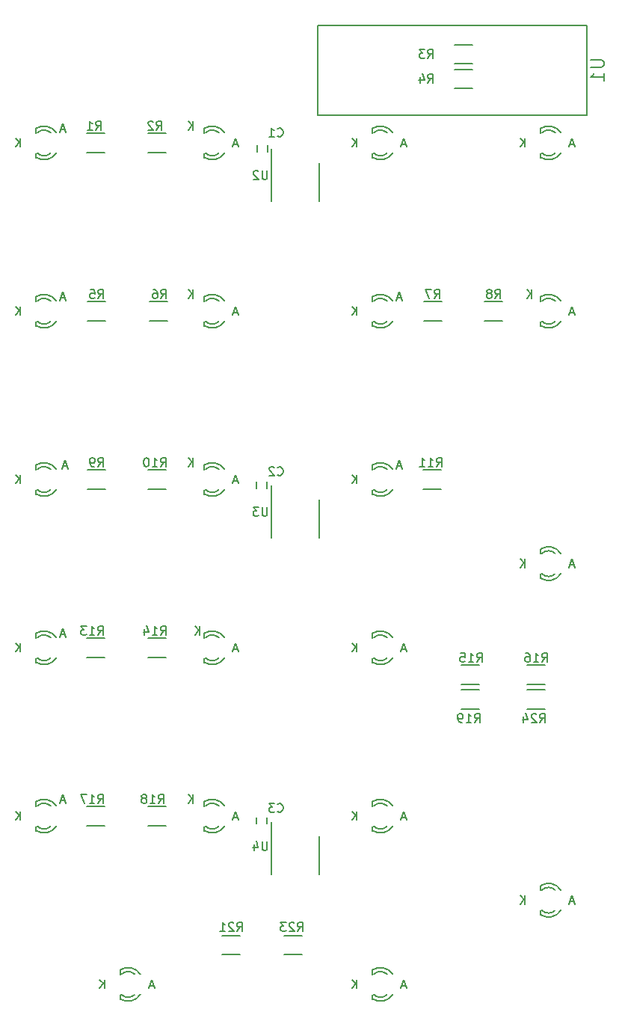
<source format=gbo>
G04 #@! TF.FileFunction,Legend,Bot*
%FSLAX46Y46*%
G04 Gerber Fmt 4.6, Leading zero omitted, Abs format (unit mm)*
G04 Created by KiCad (PCBNEW 4.0.2-stable) date Tuesday, March 29, 2016 'PMt' 06:01:04 PM*
%MOMM*%
G01*
G04 APERTURE LIST*
%ADD10C,0.100000*%
%ADD11C,0.150000*%
G04 APERTURE END LIST*
D10*
D11*
X90620000Y-115890000D02*
X90620000Y-120290000D01*
X85170000Y-114315000D02*
X85170000Y-120290000D01*
X90620000Y-39690000D02*
X90620000Y-44090000D01*
X85170000Y-38115000D02*
X85170000Y-44090000D01*
X115835000Y-124313000D02*
G75*
G03X117359000Y-124313000I762000J762000D01*
G01*
X115708000Y-124821000D02*
G75*
G03X117994000Y-124313000I889000J1397000D01*
G01*
X115708000Y-124440000D02*
X115708000Y-124313000D01*
X115708000Y-124821000D02*
X115708000Y-124440000D01*
X117359000Y-122027000D02*
G75*
G03X115835000Y-122027000I-762000J-762000D01*
G01*
X117994000Y-122027000D02*
G75*
G03X115708000Y-121519000I-1397000J-889000D01*
G01*
X115708000Y-121519000D02*
X115708000Y-122027000D01*
X115835000Y-86213000D02*
G75*
G03X117359000Y-86213000I762000J762000D01*
G01*
X115708000Y-86721000D02*
G75*
G03X117994000Y-86213000I889000J1397000D01*
G01*
X115708000Y-86340000D02*
X115708000Y-86213000D01*
X115708000Y-86721000D02*
X115708000Y-86340000D01*
X117359000Y-83927000D02*
G75*
G03X115835000Y-83927000I-762000J-762000D01*
G01*
X117994000Y-83927000D02*
G75*
G03X115708000Y-83419000I-1397000J-889000D01*
G01*
X115708000Y-83419000D02*
X115708000Y-83927000D01*
X96785000Y-114788000D02*
G75*
G03X98309000Y-114788000I762000J762000D01*
G01*
X96658000Y-115296000D02*
G75*
G03X98944000Y-114788000I889000J1397000D01*
G01*
X96658000Y-114915000D02*
X96658000Y-114788000D01*
X96658000Y-115296000D02*
X96658000Y-114915000D01*
X98309000Y-112502000D02*
G75*
G03X96785000Y-112502000I-762000J-762000D01*
G01*
X98944000Y-112502000D02*
G75*
G03X96658000Y-111994000I-1397000J-889000D01*
G01*
X96658000Y-111994000D02*
X96658000Y-112502000D01*
X96785000Y-133838000D02*
G75*
G03X98309000Y-133838000I762000J762000D01*
G01*
X96658000Y-134346000D02*
G75*
G03X98944000Y-133838000I889000J1397000D01*
G01*
X96658000Y-133965000D02*
X96658000Y-133838000D01*
X96658000Y-134346000D02*
X96658000Y-133965000D01*
X98309000Y-131552000D02*
G75*
G03X96785000Y-131552000I-762000J-762000D01*
G01*
X98944000Y-131552000D02*
G75*
G03X96658000Y-131044000I-1397000J-889000D01*
G01*
X96658000Y-131044000D02*
X96658000Y-131552000D01*
X77735000Y-114788000D02*
G75*
G03X79259000Y-114788000I762000J762000D01*
G01*
X77608000Y-115296000D02*
G75*
G03X79894000Y-114788000I889000J1397000D01*
G01*
X77608000Y-114915000D02*
X77608000Y-114788000D01*
X77608000Y-115296000D02*
X77608000Y-114915000D01*
X79259000Y-112502000D02*
G75*
G03X77735000Y-112502000I-762000J-762000D01*
G01*
X79894000Y-112502000D02*
G75*
G03X77608000Y-111994000I-1397000J-889000D01*
G01*
X77608000Y-111994000D02*
X77608000Y-112502000D01*
X58685000Y-114788000D02*
G75*
G03X60209000Y-114788000I762000J762000D01*
G01*
X58558000Y-115296000D02*
G75*
G03X60844000Y-114788000I889000J1397000D01*
G01*
X58558000Y-114915000D02*
X58558000Y-114788000D01*
X58558000Y-115296000D02*
X58558000Y-114915000D01*
X60209000Y-112502000D02*
G75*
G03X58685000Y-112502000I-762000J-762000D01*
G01*
X60844000Y-112502000D02*
G75*
G03X58558000Y-111994000I-1397000J-889000D01*
G01*
X58558000Y-111994000D02*
X58558000Y-112502000D01*
X96785000Y-95738000D02*
G75*
G03X98309000Y-95738000I762000J762000D01*
G01*
X96658000Y-96246000D02*
G75*
G03X98944000Y-95738000I889000J1397000D01*
G01*
X96658000Y-95865000D02*
X96658000Y-95738000D01*
X96658000Y-96246000D02*
X96658000Y-95865000D01*
X98309000Y-93452000D02*
G75*
G03X96785000Y-93452000I-762000J-762000D01*
G01*
X98944000Y-93452000D02*
G75*
G03X96658000Y-92944000I-1397000J-889000D01*
G01*
X96658000Y-92944000D02*
X96658000Y-93452000D01*
X77735000Y-95738000D02*
G75*
G03X79259000Y-95738000I762000J762000D01*
G01*
X77608000Y-96246000D02*
G75*
G03X79894000Y-95738000I889000J1397000D01*
G01*
X77608000Y-95865000D02*
X77608000Y-95738000D01*
X77608000Y-96246000D02*
X77608000Y-95865000D01*
X79259000Y-93452000D02*
G75*
G03X77735000Y-93452000I-762000J-762000D01*
G01*
X79894000Y-93452000D02*
G75*
G03X77608000Y-92944000I-1397000J-889000D01*
G01*
X77608000Y-92944000D02*
X77608000Y-93452000D01*
X58685000Y-95738000D02*
G75*
G03X60209000Y-95738000I762000J762000D01*
G01*
X58558000Y-96246000D02*
G75*
G03X60844000Y-95738000I889000J1397000D01*
G01*
X58558000Y-95865000D02*
X58558000Y-95738000D01*
X58558000Y-96246000D02*
X58558000Y-95865000D01*
X60209000Y-93452000D02*
G75*
G03X58685000Y-93452000I-762000J-762000D01*
G01*
X60844000Y-93452000D02*
G75*
G03X58558000Y-92944000I-1397000J-889000D01*
G01*
X58558000Y-92944000D02*
X58558000Y-93452000D01*
X96785000Y-76688000D02*
G75*
G03X98309000Y-76688000I762000J762000D01*
G01*
X96658000Y-77196000D02*
G75*
G03X98944000Y-76688000I889000J1397000D01*
G01*
X96658000Y-76815000D02*
X96658000Y-76688000D01*
X96658000Y-77196000D02*
X96658000Y-76815000D01*
X98309000Y-74402000D02*
G75*
G03X96785000Y-74402000I-762000J-762000D01*
G01*
X98944000Y-74402000D02*
G75*
G03X96658000Y-73894000I-1397000J-889000D01*
G01*
X96658000Y-73894000D02*
X96658000Y-74402000D01*
X77735000Y-76688000D02*
G75*
G03X79259000Y-76688000I762000J762000D01*
G01*
X77608000Y-77196000D02*
G75*
G03X79894000Y-76688000I889000J1397000D01*
G01*
X77608000Y-76815000D02*
X77608000Y-76688000D01*
X77608000Y-77196000D02*
X77608000Y-76815000D01*
X79259000Y-74402000D02*
G75*
G03X77735000Y-74402000I-762000J-762000D01*
G01*
X79894000Y-74402000D02*
G75*
G03X77608000Y-73894000I-1397000J-889000D01*
G01*
X77608000Y-73894000D02*
X77608000Y-74402000D01*
X58685000Y-76688000D02*
G75*
G03X60209000Y-76688000I762000J762000D01*
G01*
X58558000Y-77196000D02*
G75*
G03X60844000Y-76688000I889000J1397000D01*
G01*
X58558000Y-76815000D02*
X58558000Y-76688000D01*
X58558000Y-77196000D02*
X58558000Y-76815000D01*
X60209000Y-74402000D02*
G75*
G03X58685000Y-74402000I-762000J-762000D01*
G01*
X60844000Y-74402000D02*
G75*
G03X58558000Y-73894000I-1397000J-889000D01*
G01*
X58558000Y-73894000D02*
X58558000Y-74402000D01*
X115835000Y-57638000D02*
G75*
G03X117359000Y-57638000I762000J762000D01*
G01*
X115708000Y-58146000D02*
G75*
G03X117994000Y-57638000I889000J1397000D01*
G01*
X115708000Y-57765000D02*
X115708000Y-57638000D01*
X115708000Y-58146000D02*
X115708000Y-57765000D01*
X117359000Y-55352000D02*
G75*
G03X115835000Y-55352000I-762000J-762000D01*
G01*
X117994000Y-55352000D02*
G75*
G03X115708000Y-54844000I-1397000J-889000D01*
G01*
X115708000Y-54844000D02*
X115708000Y-55352000D01*
X96785000Y-57638000D02*
G75*
G03X98309000Y-57638000I762000J762000D01*
G01*
X96658000Y-58146000D02*
G75*
G03X98944000Y-57638000I889000J1397000D01*
G01*
X96658000Y-57765000D02*
X96658000Y-57638000D01*
X96658000Y-58146000D02*
X96658000Y-57765000D01*
X98309000Y-55352000D02*
G75*
G03X96785000Y-55352000I-762000J-762000D01*
G01*
X98944000Y-55352000D02*
G75*
G03X96658000Y-54844000I-1397000J-889000D01*
G01*
X96658000Y-54844000D02*
X96658000Y-55352000D01*
X58685000Y-57638000D02*
G75*
G03X60209000Y-57638000I762000J762000D01*
G01*
X58558000Y-58146000D02*
G75*
G03X60844000Y-57638000I889000J1397000D01*
G01*
X58558000Y-57765000D02*
X58558000Y-57638000D01*
X58558000Y-58146000D02*
X58558000Y-57765000D01*
X60209000Y-55352000D02*
G75*
G03X58685000Y-55352000I-762000J-762000D01*
G01*
X60844000Y-55352000D02*
G75*
G03X58558000Y-54844000I-1397000J-889000D01*
G01*
X58558000Y-54844000D02*
X58558000Y-55352000D01*
X115835000Y-38588000D02*
G75*
G03X117359000Y-38588000I762000J762000D01*
G01*
X115708000Y-39096000D02*
G75*
G03X117994000Y-38588000I889000J1397000D01*
G01*
X115708000Y-38715000D02*
X115708000Y-38588000D01*
X115708000Y-39096000D02*
X115708000Y-38715000D01*
X117359000Y-36302000D02*
G75*
G03X115835000Y-36302000I-762000J-762000D01*
G01*
X117994000Y-36302000D02*
G75*
G03X115708000Y-35794000I-1397000J-889000D01*
G01*
X115708000Y-35794000D02*
X115708000Y-36302000D01*
X96785000Y-38588000D02*
G75*
G03X98309000Y-38588000I762000J762000D01*
G01*
X96658000Y-39096000D02*
G75*
G03X98944000Y-38588000I889000J1397000D01*
G01*
X96658000Y-38715000D02*
X96658000Y-38588000D01*
X96658000Y-39096000D02*
X96658000Y-38715000D01*
X98309000Y-36302000D02*
G75*
G03X96785000Y-36302000I-762000J-762000D01*
G01*
X98944000Y-36302000D02*
G75*
G03X96658000Y-35794000I-1397000J-889000D01*
G01*
X96658000Y-35794000D02*
X96658000Y-36302000D01*
X77735000Y-38588000D02*
G75*
G03X79259000Y-38588000I762000J762000D01*
G01*
X77608000Y-39096000D02*
G75*
G03X79894000Y-38588000I889000J1397000D01*
G01*
X77608000Y-38715000D02*
X77608000Y-38588000D01*
X77608000Y-39096000D02*
X77608000Y-38715000D01*
X79259000Y-36302000D02*
G75*
G03X77735000Y-36302000I-762000J-762000D01*
G01*
X79894000Y-36302000D02*
G75*
G03X77608000Y-35794000I-1397000J-889000D01*
G01*
X77608000Y-35794000D02*
X77608000Y-36302000D01*
X58685000Y-38588000D02*
G75*
G03X60209000Y-38588000I762000J762000D01*
G01*
X58558000Y-39096000D02*
G75*
G03X60844000Y-38588000I889000J1397000D01*
G01*
X58558000Y-38715000D02*
X58558000Y-38588000D01*
X58558000Y-39096000D02*
X58558000Y-38715000D01*
X60209000Y-36302000D02*
G75*
G03X58685000Y-36302000I-762000J-762000D01*
G01*
X60844000Y-36302000D02*
G75*
G03X58558000Y-35794000I-1397000J-889000D01*
G01*
X58558000Y-35794000D02*
X58558000Y-36302000D01*
X77735000Y-57638000D02*
G75*
G03X79259000Y-57638000I762000J762000D01*
G01*
X77608000Y-58146000D02*
G75*
G03X79894000Y-57638000I889000J1397000D01*
G01*
X77608000Y-57765000D02*
X77608000Y-57638000D01*
X77608000Y-58146000D02*
X77608000Y-57765000D01*
X79259000Y-55352000D02*
G75*
G03X77735000Y-55352000I-762000J-762000D01*
G01*
X79894000Y-55352000D02*
G75*
G03X77608000Y-54844000I-1397000J-889000D01*
G01*
X77608000Y-54844000D02*
X77608000Y-55352000D01*
X68210000Y-133838000D02*
G75*
G03X69734000Y-133838000I762000J762000D01*
G01*
X68083000Y-134346000D02*
G75*
G03X70369000Y-133838000I889000J1397000D01*
G01*
X68083000Y-133965000D02*
X68083000Y-133838000D01*
X68083000Y-134346000D02*
X68083000Y-133965000D01*
X69734000Y-131552000D02*
G75*
G03X68210000Y-131552000I-762000J-762000D01*
G01*
X70369000Y-131552000D02*
G75*
G03X68083000Y-131044000I-1397000J-889000D01*
G01*
X68083000Y-131044000D02*
X68083000Y-131552000D01*
X64289000Y-38520000D02*
X66289000Y-38520000D01*
X66289000Y-36370000D02*
X64289000Y-36370000D01*
X73274000Y-36370000D02*
X71274000Y-36370000D01*
X71274000Y-38520000D02*
X73274000Y-38520000D01*
X105945000Y-31281000D02*
X107945000Y-31281000D01*
X107945000Y-29131000D02*
X105945000Y-29131000D01*
X107945000Y-26337000D02*
X105945000Y-26337000D01*
X105945000Y-28487000D02*
X107945000Y-28487000D01*
X64416000Y-57570000D02*
X66416000Y-57570000D01*
X66416000Y-55420000D02*
X64416000Y-55420000D01*
X73401000Y-55420000D02*
X71401000Y-55420000D01*
X71401000Y-57570000D02*
X73401000Y-57570000D01*
X102516000Y-57570000D02*
X104516000Y-57570000D01*
X104516000Y-55420000D02*
X102516000Y-55420000D01*
X111374000Y-55420000D02*
X109374000Y-55420000D01*
X109374000Y-57570000D02*
X111374000Y-57570000D01*
X64416000Y-76620000D02*
X66416000Y-76620000D01*
X66416000Y-74470000D02*
X64416000Y-74470000D01*
X73274000Y-74470000D02*
X71274000Y-74470000D01*
X71274000Y-76620000D02*
X73274000Y-76620000D01*
X102389000Y-76620000D02*
X104389000Y-76620000D01*
X104389000Y-74470000D02*
X102389000Y-74470000D01*
X64289000Y-95670000D02*
X66289000Y-95670000D01*
X66289000Y-93520000D02*
X64289000Y-93520000D01*
X73274000Y-93520000D02*
X71274000Y-93520000D01*
X71274000Y-95670000D02*
X73274000Y-95670000D01*
X106707000Y-98718000D02*
X108707000Y-98718000D01*
X108707000Y-96568000D02*
X106707000Y-96568000D01*
X116200000Y-96568000D02*
X114200000Y-96568000D01*
X114200000Y-98718000D02*
X116200000Y-98718000D01*
X64289000Y-114720000D02*
X66289000Y-114720000D01*
X66289000Y-112570000D02*
X64289000Y-112570000D01*
X73274000Y-112570000D02*
X71274000Y-112570000D01*
X71274000Y-114720000D02*
X73274000Y-114720000D01*
X106707000Y-101512000D02*
X108707000Y-101512000D01*
X108707000Y-99362000D02*
X106707000Y-99362000D01*
X79656000Y-129325000D02*
X81656000Y-129325000D01*
X81656000Y-127175000D02*
X79656000Y-127175000D01*
X88641000Y-127175000D02*
X86641000Y-127175000D01*
X86641000Y-129325000D02*
X88641000Y-129325000D01*
X116200000Y-99362000D02*
X114200000Y-99362000D01*
X114200000Y-101512000D02*
X116200000Y-101512000D01*
X90620000Y-77790000D02*
X90620000Y-82190000D01*
X85170000Y-76215000D02*
X85170000Y-82190000D01*
X120915000Y-24110000D02*
X90435000Y-24110000D01*
X90435000Y-24110000D02*
X90435000Y-34270000D01*
X90435000Y-34270000D02*
X120915000Y-34270000D01*
X120915000Y-34270000D02*
X120915000Y-24110000D01*
X84812000Y-38430000D02*
X84812000Y-37730000D01*
X83612000Y-37730000D02*
X83612000Y-38430000D01*
X84685000Y-76530000D02*
X84685000Y-75830000D01*
X83485000Y-75830000D02*
X83485000Y-76530000D01*
X84685000Y-114503000D02*
X84685000Y-113803000D01*
X83485000Y-113803000D02*
X83485000Y-114503000D01*
X84719905Y-116526381D02*
X84719905Y-117335905D01*
X84672286Y-117431143D01*
X84624667Y-117478762D01*
X84529429Y-117526381D01*
X84338952Y-117526381D01*
X84243714Y-117478762D01*
X84196095Y-117431143D01*
X84148476Y-117335905D01*
X84148476Y-116526381D01*
X83243714Y-116859714D02*
X83243714Y-117526381D01*
X83481810Y-116478762D02*
X83719905Y-117193048D01*
X83100857Y-117193048D01*
X84719905Y-40580381D02*
X84719905Y-41389905D01*
X84672286Y-41485143D01*
X84624667Y-41532762D01*
X84529429Y-41580381D01*
X84338952Y-41580381D01*
X84243714Y-41532762D01*
X84196095Y-41485143D01*
X84148476Y-41389905D01*
X84148476Y-40580381D01*
X83719905Y-40675619D02*
X83672286Y-40628000D01*
X83577048Y-40580381D01*
X83338952Y-40580381D01*
X83243714Y-40628000D01*
X83196095Y-40675619D01*
X83148476Y-40770857D01*
X83148476Y-40866095D01*
X83196095Y-41008952D01*
X83767524Y-41580381D01*
X83148476Y-41580381D01*
X119502095Y-123336667D02*
X119025904Y-123336667D01*
X119597333Y-123622381D02*
X119264000Y-122622381D01*
X118930666Y-123622381D01*
X113937905Y-123622381D02*
X113937905Y-122622381D01*
X113366476Y-123622381D02*
X113795048Y-123050952D01*
X113366476Y-122622381D02*
X113937905Y-123193810D01*
X119502095Y-85236667D02*
X119025904Y-85236667D01*
X119597333Y-85522381D02*
X119264000Y-84522381D01*
X118930666Y-85522381D01*
X113937905Y-85522381D02*
X113937905Y-84522381D01*
X113366476Y-85522381D02*
X113795048Y-84950952D01*
X113366476Y-84522381D02*
X113937905Y-85093810D01*
X100452095Y-113811667D02*
X99975904Y-113811667D01*
X100547333Y-114097381D02*
X100214000Y-113097381D01*
X99880666Y-114097381D01*
X94887905Y-114097381D02*
X94887905Y-113097381D01*
X94316476Y-114097381D02*
X94745048Y-113525952D01*
X94316476Y-113097381D02*
X94887905Y-113668810D01*
X100452095Y-132861667D02*
X99975904Y-132861667D01*
X100547333Y-133147381D02*
X100214000Y-132147381D01*
X99880666Y-133147381D01*
X94887905Y-133147381D02*
X94887905Y-132147381D01*
X94316476Y-133147381D02*
X94745048Y-132575952D01*
X94316476Y-132147381D02*
X94887905Y-132718810D01*
X81402095Y-113811667D02*
X80925904Y-113811667D01*
X81497333Y-114097381D02*
X81164000Y-113097381D01*
X80830666Y-114097381D01*
X76345905Y-112192381D02*
X76345905Y-111192381D01*
X75774476Y-112192381D02*
X76203048Y-111620952D01*
X75774476Y-111192381D02*
X76345905Y-111763810D01*
X61844095Y-111906667D02*
X61367904Y-111906667D01*
X61939333Y-112192381D02*
X61606000Y-111192381D01*
X61272666Y-112192381D01*
X56787905Y-114097381D02*
X56787905Y-113097381D01*
X56216476Y-114097381D02*
X56645048Y-113525952D01*
X56216476Y-113097381D02*
X56787905Y-113668810D01*
X100452095Y-94761667D02*
X99975904Y-94761667D01*
X100547333Y-95047381D02*
X100214000Y-94047381D01*
X99880666Y-95047381D01*
X94887905Y-95047381D02*
X94887905Y-94047381D01*
X94316476Y-95047381D02*
X94745048Y-94475952D01*
X94316476Y-94047381D02*
X94887905Y-94618810D01*
X81402095Y-94761667D02*
X80925904Y-94761667D01*
X81497333Y-95047381D02*
X81164000Y-94047381D01*
X80830666Y-95047381D01*
X77107905Y-93142381D02*
X77107905Y-92142381D01*
X76536476Y-93142381D02*
X76965048Y-92570952D01*
X76536476Y-92142381D02*
X77107905Y-92713810D01*
X61844095Y-93110667D02*
X61367904Y-93110667D01*
X61939333Y-93396381D02*
X61606000Y-92396381D01*
X61272666Y-93396381D01*
X56787905Y-95047381D02*
X56787905Y-94047381D01*
X56216476Y-95047381D02*
X56645048Y-94475952D01*
X56216476Y-94047381D02*
X56787905Y-94618810D01*
X99944095Y-74060667D02*
X99467904Y-74060667D01*
X100039333Y-74346381D02*
X99706000Y-73346381D01*
X99372666Y-74346381D01*
X94887905Y-75997381D02*
X94887905Y-74997381D01*
X94316476Y-75997381D02*
X94745048Y-75425952D01*
X94316476Y-74997381D02*
X94887905Y-75568810D01*
X81402095Y-75711667D02*
X80925904Y-75711667D01*
X81497333Y-75997381D02*
X81164000Y-74997381D01*
X80830666Y-75997381D01*
X76345905Y-74092381D02*
X76345905Y-73092381D01*
X75774476Y-74092381D02*
X76203048Y-73520952D01*
X75774476Y-73092381D02*
X76345905Y-73663810D01*
X62098095Y-74060667D02*
X61621904Y-74060667D01*
X62193333Y-74346381D02*
X61860000Y-73346381D01*
X61526666Y-74346381D01*
X56787905Y-75997381D02*
X56787905Y-74997381D01*
X56216476Y-75997381D02*
X56645048Y-75425952D01*
X56216476Y-74997381D02*
X56787905Y-75568810D01*
X119502095Y-56661667D02*
X119025904Y-56661667D01*
X119597333Y-56947381D02*
X119264000Y-55947381D01*
X118930666Y-56947381D01*
X114699905Y-55042381D02*
X114699905Y-54042381D01*
X114128476Y-55042381D02*
X114557048Y-54470952D01*
X114128476Y-54042381D02*
X114699905Y-54613810D01*
X99944095Y-55010667D02*
X99467904Y-55010667D01*
X100039333Y-55296381D02*
X99706000Y-54296381D01*
X99372666Y-55296381D01*
X94887905Y-56947381D02*
X94887905Y-55947381D01*
X94316476Y-56947381D02*
X94745048Y-56375952D01*
X94316476Y-55947381D02*
X94887905Y-56518810D01*
X61844095Y-55010667D02*
X61367904Y-55010667D01*
X61939333Y-55296381D02*
X61606000Y-54296381D01*
X61272666Y-55296381D01*
X56787905Y-56947381D02*
X56787905Y-55947381D01*
X56216476Y-56947381D02*
X56645048Y-56375952D01*
X56216476Y-55947381D02*
X56787905Y-56518810D01*
X119502095Y-37611667D02*
X119025904Y-37611667D01*
X119597333Y-37897381D02*
X119264000Y-36897381D01*
X118930666Y-37897381D01*
X113937905Y-37897381D02*
X113937905Y-36897381D01*
X113366476Y-37897381D02*
X113795048Y-37325952D01*
X113366476Y-36897381D02*
X113937905Y-37468810D01*
X100452095Y-37611667D02*
X99975904Y-37611667D01*
X100547333Y-37897381D02*
X100214000Y-36897381D01*
X99880666Y-37897381D01*
X94887905Y-37897381D02*
X94887905Y-36897381D01*
X94316476Y-37897381D02*
X94745048Y-37325952D01*
X94316476Y-36897381D02*
X94887905Y-37468810D01*
X81402095Y-37611667D02*
X80925904Y-37611667D01*
X81497333Y-37897381D02*
X81164000Y-36897381D01*
X80830666Y-37897381D01*
X76345905Y-35992381D02*
X76345905Y-34992381D01*
X75774476Y-35992381D02*
X76203048Y-35420952D01*
X75774476Y-34992381D02*
X76345905Y-35563810D01*
X61844095Y-35960667D02*
X61367904Y-35960667D01*
X61939333Y-36246381D02*
X61606000Y-35246381D01*
X61272666Y-36246381D01*
X56787905Y-37897381D02*
X56787905Y-36897381D01*
X56216476Y-37897381D02*
X56645048Y-37325952D01*
X56216476Y-36897381D02*
X56787905Y-37468810D01*
X81402095Y-56661667D02*
X80925904Y-56661667D01*
X81497333Y-56947381D02*
X81164000Y-55947381D01*
X80830666Y-56947381D01*
X76345905Y-55042381D02*
X76345905Y-54042381D01*
X75774476Y-55042381D02*
X76203048Y-54470952D01*
X75774476Y-54042381D02*
X76345905Y-54613810D01*
X71877095Y-132861667D02*
X71400904Y-132861667D01*
X71972333Y-133147381D02*
X71639000Y-132147381D01*
X71305666Y-133147381D01*
X66312905Y-133147381D02*
X66312905Y-132147381D01*
X65741476Y-133147381D02*
X66170048Y-132575952D01*
X65741476Y-132147381D02*
X66312905Y-132718810D01*
X65328666Y-35992381D02*
X65662000Y-35516190D01*
X65900095Y-35992381D02*
X65900095Y-34992381D01*
X65519142Y-34992381D01*
X65423904Y-35040000D01*
X65376285Y-35087619D01*
X65328666Y-35182857D01*
X65328666Y-35325714D01*
X65376285Y-35420952D01*
X65423904Y-35468571D01*
X65519142Y-35516190D01*
X65900095Y-35516190D01*
X64376285Y-35992381D02*
X64947714Y-35992381D01*
X64662000Y-35992381D02*
X64662000Y-34992381D01*
X64757238Y-35135238D01*
X64852476Y-35230476D01*
X64947714Y-35278095D01*
X72186666Y-35992381D02*
X72520000Y-35516190D01*
X72758095Y-35992381D02*
X72758095Y-34992381D01*
X72377142Y-34992381D01*
X72281904Y-35040000D01*
X72234285Y-35087619D01*
X72186666Y-35182857D01*
X72186666Y-35325714D01*
X72234285Y-35420952D01*
X72281904Y-35468571D01*
X72377142Y-35516190D01*
X72758095Y-35516190D01*
X71805714Y-35087619D02*
X71758095Y-35040000D01*
X71662857Y-34992381D01*
X71424761Y-34992381D01*
X71329523Y-35040000D01*
X71281904Y-35087619D01*
X71234285Y-35182857D01*
X71234285Y-35278095D01*
X71281904Y-35420952D01*
X71853333Y-35992381D01*
X71234285Y-35992381D01*
X102920666Y-27864381D02*
X103254000Y-27388190D01*
X103492095Y-27864381D02*
X103492095Y-26864381D01*
X103111142Y-26864381D01*
X103015904Y-26912000D01*
X102968285Y-26959619D01*
X102920666Y-27054857D01*
X102920666Y-27197714D01*
X102968285Y-27292952D01*
X103015904Y-27340571D01*
X103111142Y-27388190D01*
X103492095Y-27388190D01*
X102587333Y-26864381D02*
X101968285Y-26864381D01*
X102301619Y-27245333D01*
X102158761Y-27245333D01*
X102063523Y-27292952D01*
X102015904Y-27340571D01*
X101968285Y-27435810D01*
X101968285Y-27673905D01*
X102015904Y-27769143D01*
X102063523Y-27816762D01*
X102158761Y-27864381D01*
X102444476Y-27864381D01*
X102539714Y-27816762D01*
X102587333Y-27769143D01*
X102920666Y-30658381D02*
X103254000Y-30182190D01*
X103492095Y-30658381D02*
X103492095Y-29658381D01*
X103111142Y-29658381D01*
X103015904Y-29706000D01*
X102968285Y-29753619D01*
X102920666Y-29848857D01*
X102920666Y-29991714D01*
X102968285Y-30086952D01*
X103015904Y-30134571D01*
X103111142Y-30182190D01*
X103492095Y-30182190D01*
X102063523Y-29991714D02*
X102063523Y-30658381D01*
X102301619Y-29610762D02*
X102539714Y-30325048D01*
X101920666Y-30325048D01*
X65582666Y-55042381D02*
X65916000Y-54566190D01*
X66154095Y-55042381D02*
X66154095Y-54042381D01*
X65773142Y-54042381D01*
X65677904Y-54090000D01*
X65630285Y-54137619D01*
X65582666Y-54232857D01*
X65582666Y-54375714D01*
X65630285Y-54470952D01*
X65677904Y-54518571D01*
X65773142Y-54566190D01*
X66154095Y-54566190D01*
X64677904Y-54042381D02*
X65154095Y-54042381D01*
X65201714Y-54518571D01*
X65154095Y-54470952D01*
X65058857Y-54423333D01*
X64820761Y-54423333D01*
X64725523Y-54470952D01*
X64677904Y-54518571D01*
X64630285Y-54613810D01*
X64630285Y-54851905D01*
X64677904Y-54947143D01*
X64725523Y-54994762D01*
X64820761Y-55042381D01*
X65058857Y-55042381D01*
X65154095Y-54994762D01*
X65201714Y-54947143D01*
X72694666Y-55042381D02*
X73028000Y-54566190D01*
X73266095Y-55042381D02*
X73266095Y-54042381D01*
X72885142Y-54042381D01*
X72789904Y-54090000D01*
X72742285Y-54137619D01*
X72694666Y-54232857D01*
X72694666Y-54375714D01*
X72742285Y-54470952D01*
X72789904Y-54518571D01*
X72885142Y-54566190D01*
X73266095Y-54566190D01*
X71837523Y-54042381D02*
X72028000Y-54042381D01*
X72123238Y-54090000D01*
X72170857Y-54137619D01*
X72266095Y-54280476D01*
X72313714Y-54470952D01*
X72313714Y-54851905D01*
X72266095Y-54947143D01*
X72218476Y-54994762D01*
X72123238Y-55042381D01*
X71932761Y-55042381D01*
X71837523Y-54994762D01*
X71789904Y-54947143D01*
X71742285Y-54851905D01*
X71742285Y-54613810D01*
X71789904Y-54518571D01*
X71837523Y-54470952D01*
X71932761Y-54423333D01*
X72123238Y-54423333D01*
X72218476Y-54470952D01*
X72266095Y-54518571D01*
X72313714Y-54613810D01*
X103682666Y-55042381D02*
X104016000Y-54566190D01*
X104254095Y-55042381D02*
X104254095Y-54042381D01*
X103873142Y-54042381D01*
X103777904Y-54090000D01*
X103730285Y-54137619D01*
X103682666Y-54232857D01*
X103682666Y-54375714D01*
X103730285Y-54470952D01*
X103777904Y-54518571D01*
X103873142Y-54566190D01*
X104254095Y-54566190D01*
X103349333Y-54042381D02*
X102682666Y-54042381D01*
X103111238Y-55042381D01*
X110540666Y-55042381D02*
X110874000Y-54566190D01*
X111112095Y-55042381D02*
X111112095Y-54042381D01*
X110731142Y-54042381D01*
X110635904Y-54090000D01*
X110588285Y-54137619D01*
X110540666Y-54232857D01*
X110540666Y-54375714D01*
X110588285Y-54470952D01*
X110635904Y-54518571D01*
X110731142Y-54566190D01*
X111112095Y-54566190D01*
X109969238Y-54470952D02*
X110064476Y-54423333D01*
X110112095Y-54375714D01*
X110159714Y-54280476D01*
X110159714Y-54232857D01*
X110112095Y-54137619D01*
X110064476Y-54090000D01*
X109969238Y-54042381D01*
X109778761Y-54042381D01*
X109683523Y-54090000D01*
X109635904Y-54137619D01*
X109588285Y-54232857D01*
X109588285Y-54280476D01*
X109635904Y-54375714D01*
X109683523Y-54423333D01*
X109778761Y-54470952D01*
X109969238Y-54470952D01*
X110064476Y-54518571D01*
X110112095Y-54566190D01*
X110159714Y-54661429D01*
X110159714Y-54851905D01*
X110112095Y-54947143D01*
X110064476Y-54994762D01*
X109969238Y-55042381D01*
X109778761Y-55042381D01*
X109683523Y-54994762D01*
X109635904Y-54947143D01*
X109588285Y-54851905D01*
X109588285Y-54661429D01*
X109635904Y-54566190D01*
X109683523Y-54518571D01*
X109778761Y-54470952D01*
X65582666Y-74092381D02*
X65916000Y-73616190D01*
X66154095Y-74092381D02*
X66154095Y-73092381D01*
X65773142Y-73092381D01*
X65677904Y-73140000D01*
X65630285Y-73187619D01*
X65582666Y-73282857D01*
X65582666Y-73425714D01*
X65630285Y-73520952D01*
X65677904Y-73568571D01*
X65773142Y-73616190D01*
X66154095Y-73616190D01*
X65106476Y-74092381D02*
X64916000Y-74092381D01*
X64820761Y-74044762D01*
X64773142Y-73997143D01*
X64677904Y-73854286D01*
X64630285Y-73663810D01*
X64630285Y-73282857D01*
X64677904Y-73187619D01*
X64725523Y-73140000D01*
X64820761Y-73092381D01*
X65011238Y-73092381D01*
X65106476Y-73140000D01*
X65154095Y-73187619D01*
X65201714Y-73282857D01*
X65201714Y-73520952D01*
X65154095Y-73616190D01*
X65106476Y-73663810D01*
X65011238Y-73711429D01*
X64820761Y-73711429D01*
X64725523Y-73663810D01*
X64677904Y-73616190D01*
X64630285Y-73520952D01*
X72662857Y-74092381D02*
X72996191Y-73616190D01*
X73234286Y-74092381D02*
X73234286Y-73092381D01*
X72853333Y-73092381D01*
X72758095Y-73140000D01*
X72710476Y-73187619D01*
X72662857Y-73282857D01*
X72662857Y-73425714D01*
X72710476Y-73520952D01*
X72758095Y-73568571D01*
X72853333Y-73616190D01*
X73234286Y-73616190D01*
X71710476Y-74092381D02*
X72281905Y-74092381D01*
X71996191Y-74092381D02*
X71996191Y-73092381D01*
X72091429Y-73235238D01*
X72186667Y-73330476D01*
X72281905Y-73378095D01*
X71091429Y-73092381D02*
X70996190Y-73092381D01*
X70900952Y-73140000D01*
X70853333Y-73187619D01*
X70805714Y-73282857D01*
X70758095Y-73473333D01*
X70758095Y-73711429D01*
X70805714Y-73901905D01*
X70853333Y-73997143D01*
X70900952Y-74044762D01*
X70996190Y-74092381D01*
X71091429Y-74092381D01*
X71186667Y-74044762D01*
X71234286Y-73997143D01*
X71281905Y-73901905D01*
X71329524Y-73711429D01*
X71329524Y-73473333D01*
X71281905Y-73282857D01*
X71234286Y-73187619D01*
X71186667Y-73140000D01*
X71091429Y-73092381D01*
X103904857Y-74092381D02*
X104238191Y-73616190D01*
X104476286Y-74092381D02*
X104476286Y-73092381D01*
X104095333Y-73092381D01*
X104000095Y-73140000D01*
X103952476Y-73187619D01*
X103904857Y-73282857D01*
X103904857Y-73425714D01*
X103952476Y-73520952D01*
X104000095Y-73568571D01*
X104095333Y-73616190D01*
X104476286Y-73616190D01*
X102952476Y-74092381D02*
X103523905Y-74092381D01*
X103238191Y-74092381D02*
X103238191Y-73092381D01*
X103333429Y-73235238D01*
X103428667Y-73330476D01*
X103523905Y-73378095D01*
X102000095Y-74092381D02*
X102571524Y-74092381D01*
X102285810Y-74092381D02*
X102285810Y-73092381D01*
X102381048Y-73235238D01*
X102476286Y-73330476D01*
X102571524Y-73378095D01*
X65550857Y-93142381D02*
X65884191Y-92666190D01*
X66122286Y-93142381D02*
X66122286Y-92142381D01*
X65741333Y-92142381D01*
X65646095Y-92190000D01*
X65598476Y-92237619D01*
X65550857Y-92332857D01*
X65550857Y-92475714D01*
X65598476Y-92570952D01*
X65646095Y-92618571D01*
X65741333Y-92666190D01*
X66122286Y-92666190D01*
X64598476Y-93142381D02*
X65169905Y-93142381D01*
X64884191Y-93142381D02*
X64884191Y-92142381D01*
X64979429Y-92285238D01*
X65074667Y-92380476D01*
X65169905Y-92428095D01*
X64265143Y-92142381D02*
X63646095Y-92142381D01*
X63979429Y-92523333D01*
X63836571Y-92523333D01*
X63741333Y-92570952D01*
X63693714Y-92618571D01*
X63646095Y-92713810D01*
X63646095Y-92951905D01*
X63693714Y-93047143D01*
X63741333Y-93094762D01*
X63836571Y-93142381D01*
X64122286Y-93142381D01*
X64217524Y-93094762D01*
X64265143Y-93047143D01*
X72662857Y-93142381D02*
X72996191Y-92666190D01*
X73234286Y-93142381D02*
X73234286Y-92142381D01*
X72853333Y-92142381D01*
X72758095Y-92190000D01*
X72710476Y-92237619D01*
X72662857Y-92332857D01*
X72662857Y-92475714D01*
X72710476Y-92570952D01*
X72758095Y-92618571D01*
X72853333Y-92666190D01*
X73234286Y-92666190D01*
X71710476Y-93142381D02*
X72281905Y-93142381D01*
X71996191Y-93142381D02*
X71996191Y-92142381D01*
X72091429Y-92285238D01*
X72186667Y-92380476D01*
X72281905Y-92428095D01*
X70853333Y-92475714D02*
X70853333Y-93142381D01*
X71091429Y-92094762D02*
X71329524Y-92809048D01*
X70710476Y-92809048D01*
X108476857Y-96190381D02*
X108810191Y-95714190D01*
X109048286Y-96190381D02*
X109048286Y-95190381D01*
X108667333Y-95190381D01*
X108572095Y-95238000D01*
X108524476Y-95285619D01*
X108476857Y-95380857D01*
X108476857Y-95523714D01*
X108524476Y-95618952D01*
X108572095Y-95666571D01*
X108667333Y-95714190D01*
X109048286Y-95714190D01*
X107524476Y-96190381D02*
X108095905Y-96190381D01*
X107810191Y-96190381D02*
X107810191Y-95190381D01*
X107905429Y-95333238D01*
X108000667Y-95428476D01*
X108095905Y-95476095D01*
X106619714Y-95190381D02*
X107095905Y-95190381D01*
X107143524Y-95666571D01*
X107095905Y-95618952D01*
X107000667Y-95571333D01*
X106762571Y-95571333D01*
X106667333Y-95618952D01*
X106619714Y-95666571D01*
X106572095Y-95761810D01*
X106572095Y-95999905D01*
X106619714Y-96095143D01*
X106667333Y-96142762D01*
X106762571Y-96190381D01*
X107000667Y-96190381D01*
X107095905Y-96142762D01*
X107143524Y-96095143D01*
X115842857Y-96190381D02*
X116176191Y-95714190D01*
X116414286Y-96190381D02*
X116414286Y-95190381D01*
X116033333Y-95190381D01*
X115938095Y-95238000D01*
X115890476Y-95285619D01*
X115842857Y-95380857D01*
X115842857Y-95523714D01*
X115890476Y-95618952D01*
X115938095Y-95666571D01*
X116033333Y-95714190D01*
X116414286Y-95714190D01*
X114890476Y-96190381D02*
X115461905Y-96190381D01*
X115176191Y-96190381D02*
X115176191Y-95190381D01*
X115271429Y-95333238D01*
X115366667Y-95428476D01*
X115461905Y-95476095D01*
X114033333Y-95190381D02*
X114223810Y-95190381D01*
X114319048Y-95238000D01*
X114366667Y-95285619D01*
X114461905Y-95428476D01*
X114509524Y-95618952D01*
X114509524Y-95999905D01*
X114461905Y-96095143D01*
X114414286Y-96142762D01*
X114319048Y-96190381D01*
X114128571Y-96190381D01*
X114033333Y-96142762D01*
X113985714Y-96095143D01*
X113938095Y-95999905D01*
X113938095Y-95761810D01*
X113985714Y-95666571D01*
X114033333Y-95618952D01*
X114128571Y-95571333D01*
X114319048Y-95571333D01*
X114414286Y-95618952D01*
X114461905Y-95666571D01*
X114509524Y-95761810D01*
X65550857Y-112192381D02*
X65884191Y-111716190D01*
X66122286Y-112192381D02*
X66122286Y-111192381D01*
X65741333Y-111192381D01*
X65646095Y-111240000D01*
X65598476Y-111287619D01*
X65550857Y-111382857D01*
X65550857Y-111525714D01*
X65598476Y-111620952D01*
X65646095Y-111668571D01*
X65741333Y-111716190D01*
X66122286Y-111716190D01*
X64598476Y-112192381D02*
X65169905Y-112192381D01*
X64884191Y-112192381D02*
X64884191Y-111192381D01*
X64979429Y-111335238D01*
X65074667Y-111430476D01*
X65169905Y-111478095D01*
X64265143Y-111192381D02*
X63598476Y-111192381D01*
X64027048Y-112192381D01*
X72408857Y-112192381D02*
X72742191Y-111716190D01*
X72980286Y-112192381D02*
X72980286Y-111192381D01*
X72599333Y-111192381D01*
X72504095Y-111240000D01*
X72456476Y-111287619D01*
X72408857Y-111382857D01*
X72408857Y-111525714D01*
X72456476Y-111620952D01*
X72504095Y-111668571D01*
X72599333Y-111716190D01*
X72980286Y-111716190D01*
X71456476Y-112192381D02*
X72027905Y-112192381D01*
X71742191Y-112192381D02*
X71742191Y-111192381D01*
X71837429Y-111335238D01*
X71932667Y-111430476D01*
X72027905Y-111478095D01*
X70885048Y-111620952D02*
X70980286Y-111573333D01*
X71027905Y-111525714D01*
X71075524Y-111430476D01*
X71075524Y-111382857D01*
X71027905Y-111287619D01*
X70980286Y-111240000D01*
X70885048Y-111192381D01*
X70694571Y-111192381D01*
X70599333Y-111240000D01*
X70551714Y-111287619D01*
X70504095Y-111382857D01*
X70504095Y-111430476D01*
X70551714Y-111525714D01*
X70599333Y-111573333D01*
X70694571Y-111620952D01*
X70885048Y-111620952D01*
X70980286Y-111668571D01*
X71027905Y-111716190D01*
X71075524Y-111811429D01*
X71075524Y-112001905D01*
X71027905Y-112097143D01*
X70980286Y-112144762D01*
X70885048Y-112192381D01*
X70694571Y-112192381D01*
X70599333Y-112144762D01*
X70551714Y-112097143D01*
X70504095Y-112001905D01*
X70504095Y-111811429D01*
X70551714Y-111716190D01*
X70599333Y-111668571D01*
X70694571Y-111620952D01*
X108222857Y-103048381D02*
X108556191Y-102572190D01*
X108794286Y-103048381D02*
X108794286Y-102048381D01*
X108413333Y-102048381D01*
X108318095Y-102096000D01*
X108270476Y-102143619D01*
X108222857Y-102238857D01*
X108222857Y-102381714D01*
X108270476Y-102476952D01*
X108318095Y-102524571D01*
X108413333Y-102572190D01*
X108794286Y-102572190D01*
X107270476Y-103048381D02*
X107841905Y-103048381D01*
X107556191Y-103048381D02*
X107556191Y-102048381D01*
X107651429Y-102191238D01*
X107746667Y-102286476D01*
X107841905Y-102334095D01*
X106794286Y-103048381D02*
X106603810Y-103048381D01*
X106508571Y-103000762D01*
X106460952Y-102953143D01*
X106365714Y-102810286D01*
X106318095Y-102619810D01*
X106318095Y-102238857D01*
X106365714Y-102143619D01*
X106413333Y-102096000D01*
X106508571Y-102048381D01*
X106699048Y-102048381D01*
X106794286Y-102096000D01*
X106841905Y-102143619D01*
X106889524Y-102238857D01*
X106889524Y-102476952D01*
X106841905Y-102572190D01*
X106794286Y-102619810D01*
X106699048Y-102667429D01*
X106508571Y-102667429D01*
X106413333Y-102619810D01*
X106365714Y-102572190D01*
X106318095Y-102476952D01*
X81298857Y-126670381D02*
X81632191Y-126194190D01*
X81870286Y-126670381D02*
X81870286Y-125670381D01*
X81489333Y-125670381D01*
X81394095Y-125718000D01*
X81346476Y-125765619D01*
X81298857Y-125860857D01*
X81298857Y-126003714D01*
X81346476Y-126098952D01*
X81394095Y-126146571D01*
X81489333Y-126194190D01*
X81870286Y-126194190D01*
X80917905Y-125765619D02*
X80870286Y-125718000D01*
X80775048Y-125670381D01*
X80536952Y-125670381D01*
X80441714Y-125718000D01*
X80394095Y-125765619D01*
X80346476Y-125860857D01*
X80346476Y-125956095D01*
X80394095Y-126098952D01*
X80965524Y-126670381D01*
X80346476Y-126670381D01*
X79394095Y-126670381D02*
X79965524Y-126670381D01*
X79679810Y-126670381D02*
X79679810Y-125670381D01*
X79775048Y-125813238D01*
X79870286Y-125908476D01*
X79965524Y-125956095D01*
X88156857Y-126670381D02*
X88490191Y-126194190D01*
X88728286Y-126670381D02*
X88728286Y-125670381D01*
X88347333Y-125670381D01*
X88252095Y-125718000D01*
X88204476Y-125765619D01*
X88156857Y-125860857D01*
X88156857Y-126003714D01*
X88204476Y-126098952D01*
X88252095Y-126146571D01*
X88347333Y-126194190D01*
X88728286Y-126194190D01*
X87775905Y-125765619D02*
X87728286Y-125718000D01*
X87633048Y-125670381D01*
X87394952Y-125670381D01*
X87299714Y-125718000D01*
X87252095Y-125765619D01*
X87204476Y-125860857D01*
X87204476Y-125956095D01*
X87252095Y-126098952D01*
X87823524Y-126670381D01*
X87204476Y-126670381D01*
X86871143Y-125670381D02*
X86252095Y-125670381D01*
X86585429Y-126051333D01*
X86442571Y-126051333D01*
X86347333Y-126098952D01*
X86299714Y-126146571D01*
X86252095Y-126241810D01*
X86252095Y-126479905D01*
X86299714Y-126575143D01*
X86347333Y-126622762D01*
X86442571Y-126670381D01*
X86728286Y-126670381D01*
X86823524Y-126622762D01*
X86871143Y-126575143D01*
X115588857Y-103048381D02*
X115922191Y-102572190D01*
X116160286Y-103048381D02*
X116160286Y-102048381D01*
X115779333Y-102048381D01*
X115684095Y-102096000D01*
X115636476Y-102143619D01*
X115588857Y-102238857D01*
X115588857Y-102381714D01*
X115636476Y-102476952D01*
X115684095Y-102524571D01*
X115779333Y-102572190D01*
X116160286Y-102572190D01*
X115207905Y-102143619D02*
X115160286Y-102096000D01*
X115065048Y-102048381D01*
X114826952Y-102048381D01*
X114731714Y-102096000D01*
X114684095Y-102143619D01*
X114636476Y-102238857D01*
X114636476Y-102334095D01*
X114684095Y-102476952D01*
X115255524Y-103048381D01*
X114636476Y-103048381D01*
X113779333Y-102381714D02*
X113779333Y-103048381D01*
X114017429Y-102000762D02*
X114255524Y-102715048D01*
X113636476Y-102715048D01*
X84719905Y-78680381D02*
X84719905Y-79489905D01*
X84672286Y-79585143D01*
X84624667Y-79632762D01*
X84529429Y-79680381D01*
X84338952Y-79680381D01*
X84243714Y-79632762D01*
X84196095Y-79585143D01*
X84148476Y-79489905D01*
X84148476Y-78680381D01*
X83767524Y-78680381D02*
X83148476Y-78680381D01*
X83481810Y-79061333D01*
X83338952Y-79061333D01*
X83243714Y-79108952D01*
X83196095Y-79156571D01*
X83148476Y-79251810D01*
X83148476Y-79489905D01*
X83196095Y-79585143D01*
X83243714Y-79632762D01*
X83338952Y-79680381D01*
X83624667Y-79680381D01*
X83719905Y-79632762D01*
X83767524Y-79585143D01*
X121363571Y-28047143D02*
X122577857Y-28047143D01*
X122720714Y-28118571D01*
X122792143Y-28190000D01*
X122863571Y-28332857D01*
X122863571Y-28618571D01*
X122792143Y-28761429D01*
X122720714Y-28832857D01*
X122577857Y-28904286D01*
X121363571Y-28904286D01*
X122863571Y-30404286D02*
X122863571Y-29547143D01*
X122863571Y-29975715D02*
X121363571Y-29975715D01*
X121577857Y-29832858D01*
X121720714Y-29690000D01*
X121792143Y-29547143D01*
X85902666Y-36659143D02*
X85950285Y-36706762D01*
X86093142Y-36754381D01*
X86188380Y-36754381D01*
X86331238Y-36706762D01*
X86426476Y-36611524D01*
X86474095Y-36516286D01*
X86521714Y-36325810D01*
X86521714Y-36182952D01*
X86474095Y-35992476D01*
X86426476Y-35897238D01*
X86331238Y-35802000D01*
X86188380Y-35754381D01*
X86093142Y-35754381D01*
X85950285Y-35802000D01*
X85902666Y-35849619D01*
X84950285Y-36754381D02*
X85521714Y-36754381D01*
X85236000Y-36754381D02*
X85236000Y-35754381D01*
X85331238Y-35897238D01*
X85426476Y-35992476D01*
X85521714Y-36040095D01*
X85902666Y-75013143D02*
X85950285Y-75060762D01*
X86093142Y-75108381D01*
X86188380Y-75108381D01*
X86331238Y-75060762D01*
X86426476Y-74965524D01*
X86474095Y-74870286D01*
X86521714Y-74679810D01*
X86521714Y-74536952D01*
X86474095Y-74346476D01*
X86426476Y-74251238D01*
X86331238Y-74156000D01*
X86188380Y-74108381D01*
X86093142Y-74108381D01*
X85950285Y-74156000D01*
X85902666Y-74203619D01*
X85521714Y-74203619D02*
X85474095Y-74156000D01*
X85378857Y-74108381D01*
X85140761Y-74108381D01*
X85045523Y-74156000D01*
X84997904Y-74203619D01*
X84950285Y-74298857D01*
X84950285Y-74394095D01*
X84997904Y-74536952D01*
X85569333Y-75108381D01*
X84950285Y-75108381D01*
X85902666Y-113113143D02*
X85950285Y-113160762D01*
X86093142Y-113208381D01*
X86188380Y-113208381D01*
X86331238Y-113160762D01*
X86426476Y-113065524D01*
X86474095Y-112970286D01*
X86521714Y-112779810D01*
X86521714Y-112636952D01*
X86474095Y-112446476D01*
X86426476Y-112351238D01*
X86331238Y-112256000D01*
X86188380Y-112208381D01*
X86093142Y-112208381D01*
X85950285Y-112256000D01*
X85902666Y-112303619D01*
X85569333Y-112208381D02*
X84950285Y-112208381D01*
X85283619Y-112589333D01*
X85140761Y-112589333D01*
X85045523Y-112636952D01*
X84997904Y-112684571D01*
X84950285Y-112779810D01*
X84950285Y-113017905D01*
X84997904Y-113113143D01*
X85045523Y-113160762D01*
X85140761Y-113208381D01*
X85426476Y-113208381D01*
X85521714Y-113160762D01*
X85569333Y-113113143D01*
M02*

</source>
